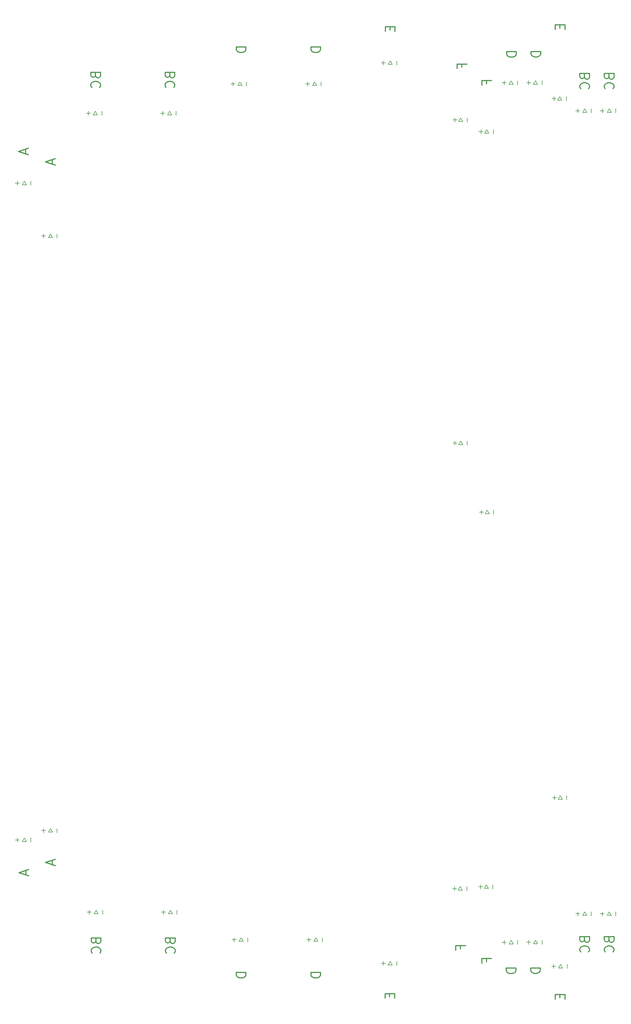
<source format=gbr>
G04 #@! TF.GenerationSoftware,KiCad,Pcbnew,(5.0.0-3-g5ebb6b6)*
G04 #@! TF.CreationDate,2019-02-23T00:38:07-08:00*
G04 #@! TF.ProjectId,PanelNoSeparation,50616E656C4E6F53657061726174696F,rev?*
G04 #@! TF.SameCoordinates,Original*
G04 #@! TF.FileFunction,Legend,Bot*
G04 #@! TF.FilePolarity,Positive*
%FSLAX45Y45*%
G04 Gerber Fmt 4.5, Leading zero omitted, Abs format (unit mm)*
G04 Created by KiCad (PCBNEW (5.0.0-3-g5ebb6b6)) date Saturday, February 23, 2019 at 12:38:07 AM*
%MOMM*%
%LPD*%
G01*
G04 APERTURE LIST*
%ADD10C,0.300000*%
%ADD11C,0.200000*%
G04 APERTURE END LIST*
D10*
X23768201Y-31618729D02*
X23782487Y-31661586D01*
X23796772Y-31675872D01*
X23825344Y-31690157D01*
X23868201Y-31690157D01*
X23896772Y-31675872D01*
X23911058Y-31661586D01*
X23925344Y-31633014D01*
X23925344Y-31518729D01*
X23625344Y-31518729D01*
X23625344Y-31618729D01*
X23639630Y-31647300D01*
X23653915Y-31661586D01*
X23682487Y-31675872D01*
X23711058Y-31675872D01*
X23739630Y-31661586D01*
X23753915Y-31647300D01*
X23768201Y-31618729D01*
X23768201Y-31518729D01*
X23896772Y-31990157D02*
X23911058Y-31975872D01*
X23925344Y-31933014D01*
X23925344Y-31904443D01*
X23911058Y-31861586D01*
X23882487Y-31833014D01*
X23853915Y-31818729D01*
X23796772Y-31804443D01*
X23753915Y-31804443D01*
X23696772Y-31818729D01*
X23668201Y-31833014D01*
X23639630Y-31861586D01*
X23625344Y-31904443D01*
X23625344Y-31933014D01*
X23639630Y-31975872D01*
X23653915Y-31990157D01*
X23008101Y-3236414D02*
X23008101Y-3336414D01*
X23165244Y-3379272D02*
X23165244Y-3236414D01*
X22865244Y-3236414D01*
X22865244Y-3379272D01*
X23008101Y-33310014D02*
X23008101Y-33410014D01*
X23165244Y-33452872D02*
X23165244Y-33310014D01*
X22865244Y-33310014D01*
X22865244Y-33452872D01*
D11*
X22966030Y-32485300D02*
X23093030Y-32485300D01*
X23232730Y-32498000D02*
X23232730Y-32371000D01*
X22750130Y-32434500D02*
X22877130Y-32434500D01*
X22813630Y-32498000D02*
X22813630Y-32371000D01*
X23029530Y-32371000D02*
X23093030Y-32485300D01*
X22966030Y-32485300D02*
X23029530Y-32371000D01*
X22953330Y-27252900D02*
X23080330Y-27252900D01*
X23220030Y-27265600D02*
X23220030Y-27138600D01*
X22775530Y-27202100D02*
X22902530Y-27202100D01*
X22839030Y-27265600D02*
X22839030Y-27138600D01*
X23016830Y-27138600D02*
X23080330Y-27252900D01*
X22953330Y-27252900D02*
X23016830Y-27138600D01*
X22940630Y-5574000D02*
X23067630Y-5574000D01*
X23207330Y-5586700D02*
X23207330Y-5459700D01*
X22762830Y-5523200D02*
X22889830Y-5523200D01*
X22826330Y-5586700D02*
X22826330Y-5459700D01*
X23004130Y-5459700D02*
X23067630Y-5574000D01*
X22940630Y-5574000D02*
X23004130Y-5459700D01*
D10*
X8579101Y-4805529D02*
X8593387Y-4848386D01*
X8607672Y-4862672D01*
X8636244Y-4876957D01*
X8679101Y-4876957D01*
X8707672Y-4862672D01*
X8721958Y-4848386D01*
X8736244Y-4819814D01*
X8736244Y-4705529D01*
X8436244Y-4705529D01*
X8436244Y-4805529D01*
X8450530Y-4834100D01*
X8464815Y-4848386D01*
X8493387Y-4862672D01*
X8521958Y-4862672D01*
X8550530Y-4848386D01*
X8564815Y-4834100D01*
X8579101Y-4805529D01*
X8579101Y-4705529D01*
X8707672Y-5176957D02*
X8721958Y-5162672D01*
X8736244Y-5119814D01*
X8736244Y-5091243D01*
X8721958Y-5048386D01*
X8693387Y-5019814D01*
X8664815Y-5005529D01*
X8607672Y-4991243D01*
X8564815Y-4991243D01*
X8507672Y-5005529D01*
X8479101Y-5019814D01*
X8450530Y-5048386D01*
X8436244Y-5091243D01*
X8436244Y-5119814D01*
X8450530Y-5162672D01*
X8464815Y-5176957D01*
D11*
X24475530Y-5953600D02*
X24539030Y-5839300D01*
X24539030Y-5839300D02*
X24602530Y-5953600D01*
X24323130Y-5966300D02*
X24323130Y-5839300D01*
X24742230Y-5966300D02*
X24742230Y-5839300D01*
X24475530Y-5953600D02*
X24602530Y-5953600D01*
X24259630Y-5902800D02*
X24386630Y-5902800D01*
X24475530Y-30858300D02*
X24539030Y-30744000D01*
X24539030Y-30744000D02*
X24602530Y-30858300D01*
X24323130Y-30871000D02*
X24323130Y-30744000D01*
X24742230Y-30871000D02*
X24742230Y-30744000D01*
X24475530Y-30858300D02*
X24602530Y-30858300D01*
X24259630Y-30807500D02*
X24386630Y-30807500D01*
D10*
X24530101Y-31618729D02*
X24544387Y-31661586D01*
X24558672Y-31675872D01*
X24587244Y-31690157D01*
X24630101Y-31690157D01*
X24658672Y-31675872D01*
X24672958Y-31661586D01*
X24687244Y-31633014D01*
X24687244Y-31518729D01*
X24387244Y-31518729D01*
X24387244Y-31618729D01*
X24401530Y-31647300D01*
X24415815Y-31661586D01*
X24444387Y-31675872D01*
X24472958Y-31675872D01*
X24501530Y-31661586D01*
X24515815Y-31647300D01*
X24530101Y-31618729D01*
X24530101Y-31518729D01*
X24658672Y-31990157D02*
X24672958Y-31975872D01*
X24687244Y-31933014D01*
X24687244Y-31904443D01*
X24672958Y-31861586D01*
X24644387Y-31833014D01*
X24615815Y-31818729D01*
X24558672Y-31804443D01*
X24515815Y-31804443D01*
X24458672Y-31818729D01*
X24430101Y-31833014D01*
X24401530Y-31861586D01*
X24387244Y-31904443D01*
X24387244Y-31933014D01*
X24401530Y-31975872D01*
X24415815Y-31990157D01*
X24530101Y-4847129D02*
X24544387Y-4889986D01*
X24558672Y-4904272D01*
X24587244Y-4918557D01*
X24630101Y-4918557D01*
X24658672Y-4904272D01*
X24672958Y-4889986D01*
X24687244Y-4861414D01*
X24687244Y-4747129D01*
X24387244Y-4747129D01*
X24387244Y-4847129D01*
X24401530Y-4875700D01*
X24415815Y-4889986D01*
X24444387Y-4904272D01*
X24472958Y-4904272D01*
X24501530Y-4889986D01*
X24515815Y-4875700D01*
X24530101Y-4847129D01*
X24530101Y-4747129D01*
X24658672Y-5218557D02*
X24672958Y-5204272D01*
X24687244Y-5161414D01*
X24687244Y-5132843D01*
X24672958Y-5089986D01*
X24644387Y-5061414D01*
X24615815Y-5047129D01*
X24558672Y-5032843D01*
X24515815Y-5032843D01*
X24458672Y-5047129D01*
X24430101Y-5061414D01*
X24401530Y-5089986D01*
X24387244Y-5132843D01*
X24387244Y-5161414D01*
X24401530Y-5204272D01*
X24415815Y-5218557D01*
D11*
X22187130Y-5080800D02*
X22250630Y-4966500D01*
X22250630Y-4966500D02*
X22314130Y-5080800D01*
X22034730Y-5093500D02*
X22034730Y-4966500D01*
X22453830Y-5093500D02*
X22453830Y-4966500D01*
X22187130Y-5080800D02*
X22314130Y-5080800D01*
X21971230Y-5030000D02*
X22098230Y-5030000D01*
X22187130Y-31738100D02*
X22250630Y-31623800D01*
X22250630Y-31623800D02*
X22314130Y-31738100D01*
X22034730Y-31750800D02*
X22034730Y-31623800D01*
X22453830Y-31750800D02*
X22453830Y-31623800D01*
X22187130Y-31738100D02*
X22314130Y-31738100D01*
X21971230Y-31687300D02*
X22098230Y-31687300D01*
D10*
X22399044Y-32485029D02*
X22099044Y-32485029D01*
X22099044Y-32556457D01*
X22113330Y-32599314D01*
X22141901Y-32627886D01*
X22170472Y-32642172D01*
X22227615Y-32656457D01*
X22270472Y-32656457D01*
X22327615Y-32642172D01*
X22356187Y-32627886D01*
X22384758Y-32599314D01*
X22399044Y-32556457D01*
X22399044Y-32485029D01*
X22411744Y-4062429D02*
X22111744Y-4062429D01*
X22111744Y-4133857D01*
X22126030Y-4176714D01*
X22154601Y-4205286D01*
X22183172Y-4219572D01*
X22240315Y-4233857D01*
X22283172Y-4233857D01*
X22340315Y-4219572D01*
X22368887Y-4205286D01*
X22397458Y-4176714D01*
X22411744Y-4133857D01*
X22411744Y-4062429D01*
D11*
X15323230Y-5118900D02*
X15386730Y-5004600D01*
X15386730Y-5004600D02*
X15450230Y-5118900D01*
X15170830Y-5131600D02*
X15170830Y-5004600D01*
X15589930Y-5131600D02*
X15589930Y-5004600D01*
X15323230Y-5118900D02*
X15450230Y-5118900D01*
X15107330Y-5068100D02*
X15234330Y-5068100D01*
X15361330Y-31661900D02*
X15424830Y-31547600D01*
X15424830Y-31547600D02*
X15488330Y-31661900D01*
X15208930Y-31674600D02*
X15208930Y-31547600D01*
X15628030Y-31674600D02*
X15628030Y-31547600D01*
X15361330Y-31661900D02*
X15488330Y-31661900D01*
X15145430Y-31611100D02*
X15272430Y-31611100D01*
D10*
X15573244Y-32624729D02*
X15273244Y-32624729D01*
X15273244Y-32696157D01*
X15287530Y-32739014D01*
X15316101Y-32767586D01*
X15344672Y-32781872D01*
X15401815Y-32796157D01*
X15444672Y-32796157D01*
X15501815Y-32781872D01*
X15530387Y-32767586D01*
X15558958Y-32739014D01*
X15573244Y-32696157D01*
X15573244Y-32624729D01*
X15573244Y-3922729D02*
X15273244Y-3922729D01*
X15273244Y-3994157D01*
X15287530Y-4037014D01*
X15316101Y-4065586D01*
X15344672Y-4079872D01*
X15401815Y-4094157D01*
X15444672Y-4094157D01*
X15501815Y-4079872D01*
X15530387Y-4065586D01*
X15558958Y-4037014D01*
X15573244Y-3994157D01*
X15573244Y-3922729D01*
D11*
X10818930Y-6026200D02*
X10882430Y-5911900D01*
X10882430Y-5911900D02*
X10945930Y-6026200D01*
X10666530Y-6038900D02*
X10666530Y-5911900D01*
X11085630Y-6038900D02*
X11085630Y-5911900D01*
X10818930Y-6026200D02*
X10945930Y-6026200D01*
X10603030Y-5975400D02*
X10730030Y-5975400D01*
X10844330Y-30803900D02*
X10907830Y-30689600D01*
X10907830Y-30689600D02*
X10971330Y-30803900D01*
X10691930Y-30816600D02*
X10691930Y-30689600D01*
X11111030Y-30816600D02*
X11111030Y-30689600D01*
X10844330Y-30803900D02*
X10971330Y-30803900D01*
X10628430Y-30753100D02*
X10755430Y-30753100D01*
D10*
X10898901Y-31653229D02*
X10913187Y-31696086D01*
X10927472Y-31710372D01*
X10956044Y-31724657D01*
X10998901Y-31724657D01*
X11027472Y-31710372D01*
X11041758Y-31696086D01*
X11056044Y-31667514D01*
X11056044Y-31553229D01*
X10756044Y-31553229D01*
X10756044Y-31653229D01*
X10770330Y-31681800D01*
X10784615Y-31696086D01*
X10813187Y-31710372D01*
X10841758Y-31710372D01*
X10870330Y-31696086D01*
X10884615Y-31681800D01*
X10898901Y-31653229D01*
X10898901Y-31553229D01*
X11027472Y-32024657D02*
X11041758Y-32010372D01*
X11056044Y-31967514D01*
X11056044Y-31938943D01*
X11041758Y-31896086D01*
X11013187Y-31867514D01*
X10984615Y-31853229D01*
X10927472Y-31838943D01*
X10884615Y-31838943D01*
X10827472Y-31853229D01*
X10798901Y-31867514D01*
X10770330Y-31896086D01*
X10756044Y-31938943D01*
X10756044Y-31967514D01*
X10770330Y-32010372D01*
X10784615Y-32024657D01*
X10886201Y-4805429D02*
X10900487Y-4848286D01*
X10914772Y-4862572D01*
X10943344Y-4876857D01*
X10986201Y-4876857D01*
X11014772Y-4862572D01*
X11029058Y-4848286D01*
X11043344Y-4819714D01*
X11043344Y-4705429D01*
X10743344Y-4705429D01*
X10743344Y-4805429D01*
X10757630Y-4834000D01*
X10771915Y-4848286D01*
X10800487Y-4862572D01*
X10829058Y-4862572D01*
X10857630Y-4848286D01*
X10871915Y-4834000D01*
X10886201Y-4805429D01*
X10886201Y-4705429D01*
X11014772Y-5176857D02*
X11029058Y-5162572D01*
X11043344Y-5119714D01*
X11043344Y-5091143D01*
X11029058Y-5048286D01*
X11000487Y-5019714D01*
X10971915Y-5005429D01*
X10914772Y-4991143D01*
X10871915Y-4991143D01*
X10814772Y-5005429D01*
X10786201Y-5019714D01*
X10757630Y-5048286D01*
X10743344Y-5091143D01*
X10743344Y-5119714D01*
X10757630Y-5162572D01*
X10771915Y-5176857D01*
D11*
X6092392Y-28513540D02*
X6219392Y-28513540D01*
X6308292Y-28564340D02*
X6435292Y-28564340D01*
X6574992Y-28577040D02*
X6574992Y-28450040D01*
X6155892Y-28577040D02*
X6155892Y-28450040D01*
X6371792Y-28450040D02*
X6435292Y-28564340D01*
X6308292Y-28564340D02*
X6371792Y-28450040D01*
X6092392Y-8142740D02*
X6219392Y-8142740D01*
X6308292Y-8193540D02*
X6435292Y-8193540D01*
X6574992Y-8206240D02*
X6574992Y-8079240D01*
X6155892Y-8206240D02*
X6155892Y-8079240D01*
X6371792Y-8079240D02*
X6435292Y-8193540D01*
X6308292Y-8193540D02*
X6371792Y-8079240D01*
D10*
X6408892Y-7093412D02*
X6408892Y-7236269D01*
X6494606Y-7064840D02*
X6194606Y-7164840D01*
X6494606Y-7264840D01*
X6421592Y-29458112D02*
X6421592Y-29600969D01*
X6507306Y-29429540D02*
X6207306Y-29529540D01*
X6507306Y-29629540D01*
D11*
X6903030Y-9784600D02*
X7030030Y-9784600D01*
X7118930Y-9835400D02*
X7245930Y-9835400D01*
X7385630Y-9848100D02*
X7385630Y-9721100D01*
X6966530Y-9848100D02*
X6966530Y-9721100D01*
X7182430Y-9721100D02*
X7245930Y-9835400D01*
X7118930Y-9835400D02*
X7182430Y-9721100D01*
X6903030Y-28225000D02*
X7030030Y-28225000D01*
X7118930Y-28275800D02*
X7245930Y-28275800D01*
X7385630Y-28288500D02*
X7385630Y-28161500D01*
X6966530Y-28288500D02*
X6966530Y-28161500D01*
X7182430Y-28161500D02*
X7245930Y-28275800D01*
X7118930Y-28275800D02*
X7182430Y-28161500D01*
D10*
X7245130Y-7414472D02*
X7245130Y-7557329D01*
X7330844Y-7385900D02*
X7030844Y-7485900D01*
X7330844Y-7585900D01*
X7245130Y-29144172D02*
X7245130Y-29287029D01*
X7330844Y-29115600D02*
X7030844Y-29215600D01*
X7330844Y-29315600D01*
D11*
X8321330Y-30753200D02*
X8448330Y-30753200D01*
X8537230Y-30804000D02*
X8664230Y-30804000D01*
X8803930Y-30816700D02*
X8803930Y-30689700D01*
X8384830Y-30816700D02*
X8384830Y-30689700D01*
X8600730Y-30689700D02*
X8664230Y-30804000D01*
X8537230Y-30804000D02*
X8600730Y-30689700D01*
X8295930Y-5975500D02*
X8422930Y-5975500D01*
X8511830Y-6026300D02*
X8638830Y-6026300D01*
X8778530Y-6039000D02*
X8778530Y-5912000D01*
X8359430Y-6039000D02*
X8359430Y-5912000D01*
X8575330Y-5912000D02*
X8638830Y-6026300D01*
X8511830Y-6026300D02*
X8575330Y-5912000D01*
D10*
X8591801Y-31653329D02*
X8606087Y-31696186D01*
X8620372Y-31710472D01*
X8648944Y-31724757D01*
X8691801Y-31724757D01*
X8720372Y-31710472D01*
X8734658Y-31696186D01*
X8748944Y-31667614D01*
X8748944Y-31553329D01*
X8448944Y-31553329D01*
X8448944Y-31653329D01*
X8463230Y-31681900D01*
X8477515Y-31696186D01*
X8506087Y-31710472D01*
X8534658Y-31710472D01*
X8563230Y-31696186D01*
X8577515Y-31681900D01*
X8591801Y-31653329D01*
X8591801Y-31553329D01*
X8720372Y-32024757D02*
X8734658Y-32010472D01*
X8748944Y-31967614D01*
X8748944Y-31939043D01*
X8734658Y-31896186D01*
X8706087Y-31867614D01*
X8677515Y-31853329D01*
X8620372Y-31839043D01*
X8577515Y-31839043D01*
X8520372Y-31853329D01*
X8491801Y-31867614D01*
X8463230Y-31896186D01*
X8448944Y-31939043D01*
X8448944Y-31967614D01*
X8463230Y-32010472D01*
X8477515Y-32024757D01*
D11*
X23497730Y-30807500D02*
X23624730Y-30807500D01*
X23713630Y-30858300D02*
X23840630Y-30858300D01*
X23980330Y-30871000D02*
X23980330Y-30744000D01*
X23561230Y-30871000D02*
X23561230Y-30744000D01*
X23777130Y-30744000D02*
X23840630Y-30858300D01*
X23713630Y-30858300D02*
X23777130Y-30744000D01*
X23497730Y-5902800D02*
X23624730Y-5902800D01*
X23713630Y-5953600D02*
X23840630Y-5953600D01*
X23980330Y-5966300D02*
X23980330Y-5839300D01*
X23561230Y-5966300D02*
X23561230Y-5839300D01*
X23777130Y-5839300D02*
X23840630Y-5953600D01*
X23713630Y-5953600D02*
X23777130Y-5839300D01*
D10*
X23768201Y-4847129D02*
X23782487Y-4889986D01*
X23796772Y-4904272D01*
X23825344Y-4918557D01*
X23868201Y-4918557D01*
X23896772Y-4904272D01*
X23911058Y-4889986D01*
X23925344Y-4861414D01*
X23925344Y-4747129D01*
X23625344Y-4747129D01*
X23625344Y-4847129D01*
X23639630Y-4875700D01*
X23653915Y-4889986D01*
X23682487Y-4904272D01*
X23711058Y-4904272D01*
X23739630Y-4889986D01*
X23753915Y-4875700D01*
X23768201Y-4847129D01*
X23768201Y-4747129D01*
X23896772Y-5218557D02*
X23911058Y-5204272D01*
X23925344Y-5161414D01*
X23925344Y-5132843D01*
X23911058Y-5089986D01*
X23882487Y-5061414D01*
X23853915Y-5047129D01*
X23796772Y-5032843D01*
X23753915Y-5032843D01*
X23696772Y-5047129D01*
X23668201Y-5061414D01*
X23639630Y-5089986D01*
X23625344Y-5132843D01*
X23625344Y-5161414D01*
X23639630Y-5204272D01*
X23653915Y-5218557D01*
D11*
X12827730Y-31611100D02*
X12954730Y-31611100D01*
X13043630Y-31661900D02*
X13170630Y-31661900D01*
X13310330Y-31674600D02*
X13310330Y-31547600D01*
X12891230Y-31674600D02*
X12891230Y-31547600D01*
X13107130Y-31547600D02*
X13170630Y-31661900D01*
X13043630Y-31661900D02*
X13107130Y-31547600D01*
X12789630Y-5068100D02*
X12916630Y-5068100D01*
X13005530Y-5118900D02*
X13132530Y-5118900D01*
X13272230Y-5131600D02*
X13272230Y-5004600D01*
X12853130Y-5131600D02*
X12853130Y-5004600D01*
X13069030Y-5004600D02*
X13132530Y-5118900D01*
X13005530Y-5118900D02*
X13069030Y-5004600D01*
D10*
X13255544Y-3922729D02*
X12955544Y-3922729D01*
X12955544Y-3994157D01*
X12969830Y-4037014D01*
X12998401Y-4065586D01*
X13026972Y-4079872D01*
X13084115Y-4094157D01*
X13126972Y-4094157D01*
X13184115Y-4079872D01*
X13212687Y-4065586D01*
X13241258Y-4037014D01*
X13255544Y-3994157D01*
X13255544Y-3922729D01*
X13255544Y-32624729D02*
X12955544Y-32624729D01*
X12955544Y-32696157D01*
X12969830Y-32739014D01*
X12998401Y-32767586D01*
X13026972Y-32781872D01*
X13084115Y-32796157D01*
X13126972Y-32796157D01*
X13184115Y-32781872D01*
X13212687Y-32767586D01*
X13241258Y-32739014D01*
X13255544Y-32696157D01*
X13255544Y-32624729D01*
D11*
X21212730Y-31690800D02*
X21339730Y-31690800D01*
X21428630Y-31741600D02*
X21555630Y-31741600D01*
X21695330Y-31754300D02*
X21695330Y-31627300D01*
X21276230Y-31754300D02*
X21276230Y-31627300D01*
X21492130Y-31627300D02*
X21555630Y-31741600D01*
X21428630Y-31741600D02*
X21492130Y-31627300D01*
X21212730Y-5033500D02*
X21339730Y-5033500D01*
X21428630Y-5084300D02*
X21555630Y-5084300D01*
X21695330Y-5097000D02*
X21695330Y-4970000D01*
X21276230Y-5097000D02*
X21276230Y-4970000D01*
X21492130Y-4970000D02*
X21555630Y-5084300D01*
X21428630Y-5084300D02*
X21492130Y-4970000D01*
D10*
X21653244Y-4065929D02*
X21353244Y-4065929D01*
X21353244Y-4137357D01*
X21367530Y-4180214D01*
X21396101Y-4208786D01*
X21424672Y-4223072D01*
X21481815Y-4237357D01*
X21524672Y-4237357D01*
X21581815Y-4223072D01*
X21610387Y-4208786D01*
X21638958Y-4180214D01*
X21653244Y-4137357D01*
X21653244Y-4065929D01*
X21640544Y-32488529D02*
X21340544Y-32488529D01*
X21340544Y-32559957D01*
X21354830Y-32602814D01*
X21383401Y-32631386D01*
X21411972Y-32645672D01*
X21469115Y-32659957D01*
X21511972Y-32659957D01*
X21569115Y-32645672D01*
X21597687Y-32631386D01*
X21626258Y-32602814D01*
X21640544Y-32559957D01*
X21640544Y-32488529D01*
D11*
X17460030Y-32342000D02*
X17587030Y-32342000D01*
X17675930Y-32392800D02*
X17802930Y-32392800D01*
X17942630Y-32405500D02*
X17942630Y-32278500D01*
X17523530Y-32405500D02*
X17523530Y-32278500D01*
X17739430Y-32278500D02*
X17802930Y-32392800D01*
X17675930Y-32392800D02*
X17739430Y-32278500D01*
X17460030Y-4414700D02*
X17587030Y-4414700D01*
X17675930Y-4465500D02*
X17802930Y-4465500D01*
X17942630Y-4478200D02*
X17942630Y-4351200D01*
X17523530Y-4478200D02*
X17523530Y-4351200D01*
X17739430Y-4351200D02*
X17802930Y-4465500D01*
X17675930Y-4465500D02*
X17739430Y-4351200D01*
D10*
X17718001Y-33281014D02*
X17718001Y-33381014D01*
X17875144Y-33423872D02*
X17875144Y-33281014D01*
X17575144Y-33281014D01*
X17575144Y-33423872D01*
X17730701Y-3296314D02*
X17730701Y-3396314D01*
X17887844Y-3439172D02*
X17887844Y-3296314D01*
X17587844Y-3296314D01*
X17587844Y-3439172D01*
D11*
X19849130Y-30073500D02*
X19976130Y-30073500D01*
X20115830Y-30086200D02*
X20115830Y-29959200D01*
X19671330Y-30022700D02*
X19798330Y-30022700D01*
X19734830Y-30086200D02*
X19734830Y-29959200D01*
X19912630Y-29959200D02*
X19976130Y-30073500D01*
X19849130Y-30073500D02*
X19912630Y-29959200D01*
X19861830Y-16255900D02*
X19988830Y-16255900D01*
X20128530Y-16268600D02*
X20128530Y-16141600D01*
X19684030Y-16205100D02*
X19811030Y-16205100D01*
X19747530Y-16268600D02*
X19747530Y-16141600D01*
X19925330Y-16141600D02*
X19988830Y-16255900D01*
X19861830Y-16255900D02*
X19925330Y-16141600D01*
X19861830Y-6235600D02*
X19988830Y-6235600D01*
X20128530Y-6248300D02*
X20128530Y-6121300D01*
X19684030Y-6184800D02*
X19811030Y-6184800D01*
X19747530Y-6248300D02*
X19747530Y-6121300D01*
X19925330Y-6121300D02*
X19988830Y-6235600D01*
X19861830Y-6235600D02*
X19925330Y-6121300D01*
D10*
X19916601Y-31894357D02*
X19916601Y-31794357D01*
X20073744Y-31794357D02*
X19773744Y-31794357D01*
X19773744Y-31937214D01*
X19960801Y-4551957D02*
X19960801Y-4451957D01*
X20117944Y-4451957D02*
X19817944Y-4451957D01*
X19817944Y-4594814D01*
D11*
X20657430Y-30017000D02*
X20784430Y-30017000D01*
X20924130Y-30029700D02*
X20924130Y-29902700D01*
X20479630Y-29966200D02*
X20606630Y-29966200D01*
X20543130Y-30029700D02*
X20543130Y-29902700D01*
X20720930Y-29902700D02*
X20784430Y-30017000D01*
X20657430Y-30017000D02*
X20720930Y-29902700D01*
X20682830Y-18396500D02*
X20809830Y-18396500D01*
X20949530Y-18409200D02*
X20949530Y-18282200D01*
X20505030Y-18345700D02*
X20632030Y-18345700D01*
X20568530Y-18409200D02*
X20568530Y-18282200D01*
X20746330Y-18282200D02*
X20809830Y-18396500D01*
X20682830Y-18396500D02*
X20746330Y-18282200D01*
X20555830Y-6610900D02*
X20555830Y-6483900D01*
X20492330Y-6547400D02*
X20619330Y-6547400D01*
X20670130Y-6598200D02*
X20733630Y-6483900D01*
X20733630Y-6483900D02*
X20797130Y-6598200D01*
X20936830Y-6610900D02*
X20936830Y-6483900D01*
X20670130Y-6598200D02*
X20797130Y-6598200D01*
D10*
X20724901Y-5066257D02*
X20724901Y-4966257D01*
X20882044Y-4966257D02*
X20582044Y-4966257D01*
X20582044Y-5109114D01*
X20724901Y-32295057D02*
X20724901Y-32195057D01*
X20882044Y-32195057D02*
X20582044Y-32195057D01*
X20582044Y-32337914D01*
M02*

</source>
